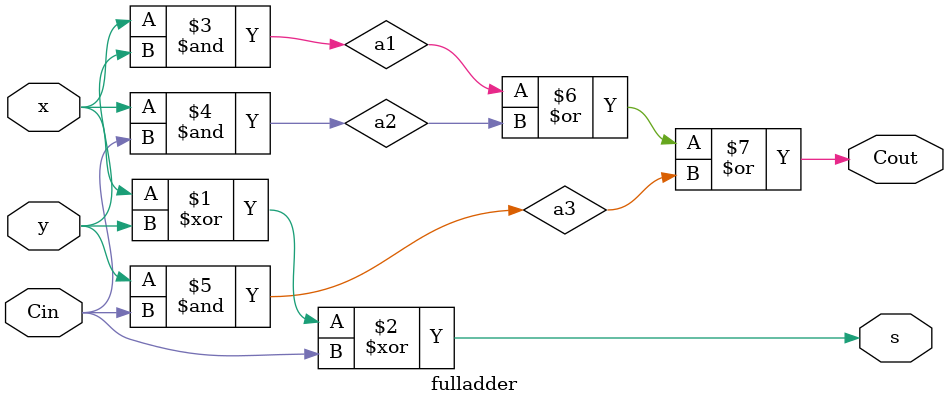
<source format=v>
`timescale 1ns / 1ps


module fulladder(input x, y, Cin, output Cout, s);
    wire a1, a2, a3;
    xor(s, x, y, Cin);
    and(a1, x, y);
    and(a2, x, Cin);
    and(a3, y, Cin);
    or(Cout, a1, a2, a3);
endmodule

</source>
